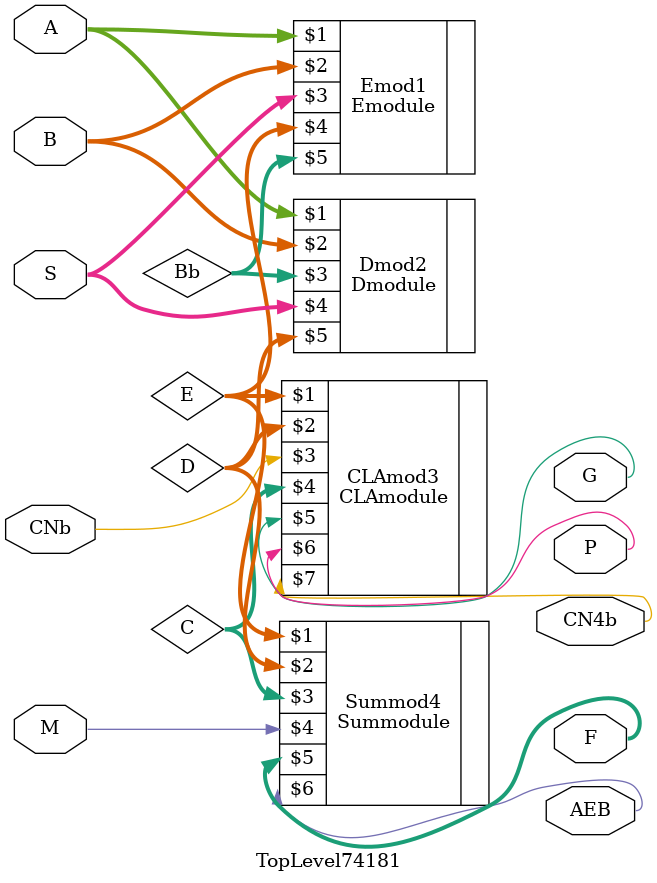
<source format=v>
`timescale 1ns / 1ps
module TopLevel74181 (S, A, B, M, CNb, F, G, P, CN4b, AEB);

  input [3:0] A, B, S;
  input CNb, M; 
  output [3:0] F;
  output AEB, G, P, CN4b;
  wire [3:0] E, D, C, Bb;
  
  Emodule Emod1 (A, B, S, E, Bb);
  Dmodule Dmod2 (A, B, Bb, S, D);
  CLAmodule CLAmod3(E, D, CNb, C, G, P, CN4b);
  Summodule Summod4(E, D, C, M, F, AEB);

endmodule 

</source>
